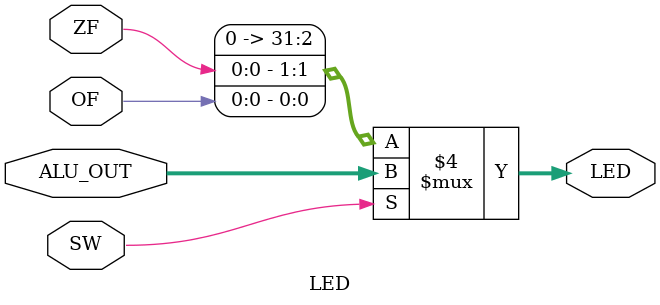
<source format=v>
`timescale 1ns / 1ps


module LED(input ZF, input OF, input [31:0]ALU_OUT,input SW,output reg[31:0]LED);
always @(*)
begin
    if(SW==1) LED=ALU_OUT;
    else LED={30'b0,ZF,OF};
end
endmodule

</source>
